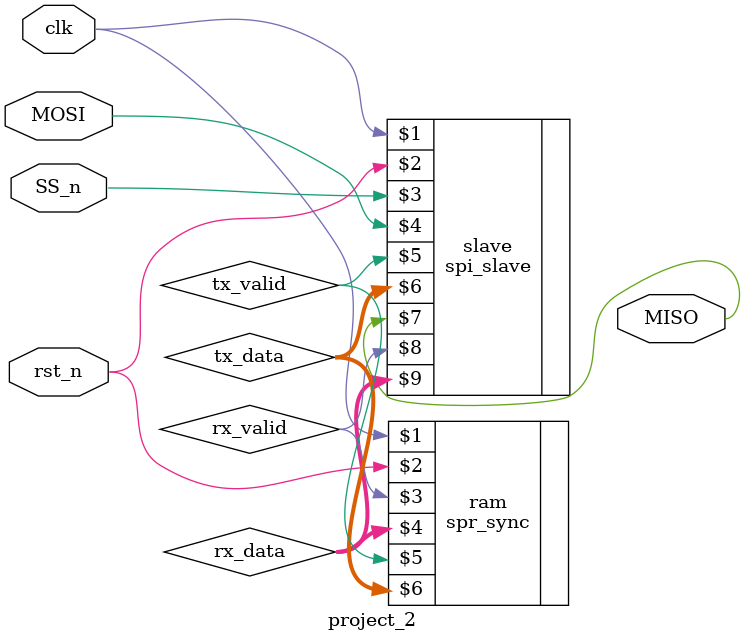
<source format=v>
module project_2 ( clk , rst_n , SS_n , MOSI , MISO );

input clk , rst_n , SS_n , MOSI ;
output MISO ;

wire tx_valid , rx_valid ;
wire [7:0] tx_data ;
wire [9:0] rx_data ;

spi_slave slave ( clk , rst_n , SS_n , MOSI , tx_valid , tx_data , MISO , rx_valid , rx_data );

spr_sync ram ( clk , rst_n , rx_valid , rx_data , tx_valid , tx_data );



endmodule

</source>
